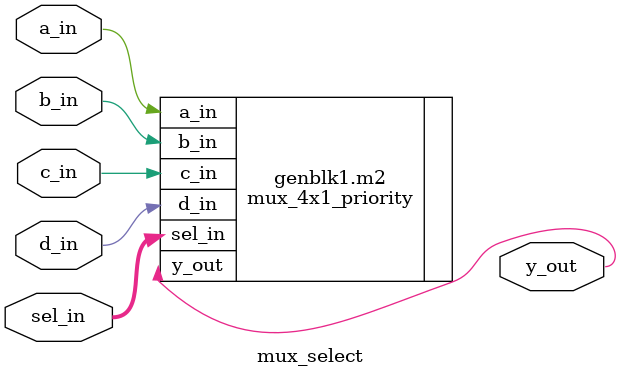
<source format=v>
module mux_select(
    input a_in, b_in, c_in, d_in,
    input [1:0] sel_in,
    output y_out
    );
    
    parameter sel=1;
    
    generate
    case(sel)
        1'b0 : mux_4x1_parallel m1(.a_in(a_in), .b_in(b_in), .c_in(c_in), .d_in(d_in), .sel_in(sel_in), .y_out(y_out));
        1'b1 : mux_4x1_priority m2(.a_in(a_in), .b_in(b_in), .c_in(c_in), .d_in(d_in), .sel_in(sel_in), .y_out(y_out));
    endcase
    endgenerate
endmodule

</source>
